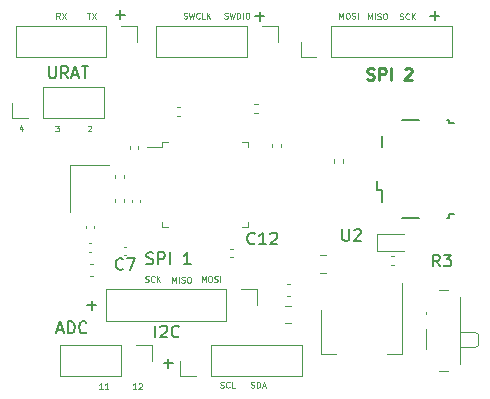
<source format=gbr>
%TF.GenerationSoftware,KiCad,Pcbnew,7.0.1-0*%
%TF.CreationDate,2023-10-24T00:04:38+02:00*%
%TF.ProjectId,SMT-32,534d542d-3332-42e6-9b69-6361645f7063,rev?*%
%TF.SameCoordinates,Original*%
%TF.FileFunction,Legend,Top*%
%TF.FilePolarity,Positive*%
%FSLAX46Y46*%
G04 Gerber Fmt 4.6, Leading zero omitted, Abs format (unit mm)*
G04 Created by KiCad (PCBNEW 7.0.1-0) date 2023-10-24 00:04:38*
%MOMM*%
%LPD*%
G01*
G04 APERTURE LIST*
%ADD10C,0.100000*%
%ADD11C,0.150000*%
%ADD12C,0.250000*%
%ADD13C,0.120000*%
G04 APERTURE END LIST*
D10*
X85845238Y-33236428D02*
X85869047Y-33212619D01*
X85869047Y-33212619D02*
X85916666Y-33188809D01*
X85916666Y-33188809D02*
X86035714Y-33188809D01*
X86035714Y-33188809D02*
X86083333Y-33212619D01*
X86083333Y-33212619D02*
X86107142Y-33236428D01*
X86107142Y-33236428D02*
X86130952Y-33284047D01*
X86130952Y-33284047D02*
X86130952Y-33331666D01*
X86130952Y-33331666D02*
X86107142Y-33403095D01*
X86107142Y-33403095D02*
X85821428Y-33688809D01*
X85821428Y-33688809D02*
X86130952Y-33688809D01*
X83071428Y-33188809D02*
X83380952Y-33188809D01*
X83380952Y-33188809D02*
X83214285Y-33379285D01*
X83214285Y-33379285D02*
X83285714Y-33379285D01*
X83285714Y-33379285D02*
X83333333Y-33403095D01*
X83333333Y-33403095D02*
X83357142Y-33426904D01*
X83357142Y-33426904D02*
X83380952Y-33474523D01*
X83380952Y-33474523D02*
X83380952Y-33593571D01*
X83380952Y-33593571D02*
X83357142Y-33641190D01*
X83357142Y-33641190D02*
X83333333Y-33665000D01*
X83333333Y-33665000D02*
X83285714Y-33688809D01*
X83285714Y-33688809D02*
X83142857Y-33688809D01*
X83142857Y-33688809D02*
X83095238Y-33665000D01*
X83095238Y-33665000D02*
X83071428Y-33641190D01*
X80283333Y-33305476D02*
X80283333Y-33638809D01*
X80164285Y-33115000D02*
X80045238Y-33472142D01*
X80045238Y-33472142D02*
X80354761Y-33472142D01*
X89930952Y-55488809D02*
X89645238Y-55488809D01*
X89788095Y-55488809D02*
X89788095Y-54988809D01*
X89788095Y-54988809D02*
X89740476Y-55060238D01*
X89740476Y-55060238D02*
X89692857Y-55107857D01*
X89692857Y-55107857D02*
X89645238Y-55131666D01*
X90121428Y-55036428D02*
X90145237Y-55012619D01*
X90145237Y-55012619D02*
X90192856Y-54988809D01*
X90192856Y-54988809D02*
X90311904Y-54988809D01*
X90311904Y-54988809D02*
X90359523Y-55012619D01*
X90359523Y-55012619D02*
X90383332Y-55036428D01*
X90383332Y-55036428D02*
X90407142Y-55084047D01*
X90407142Y-55084047D02*
X90407142Y-55131666D01*
X90407142Y-55131666D02*
X90383332Y-55203095D01*
X90383332Y-55203095D02*
X90097618Y-55488809D01*
X90097618Y-55488809D02*
X90407142Y-55488809D01*
X87080952Y-55488809D02*
X86795238Y-55488809D01*
X86938095Y-55488809D02*
X86938095Y-54988809D01*
X86938095Y-54988809D02*
X86890476Y-55060238D01*
X86890476Y-55060238D02*
X86842857Y-55107857D01*
X86842857Y-55107857D02*
X86795238Y-55131666D01*
X87557142Y-55488809D02*
X87271428Y-55488809D01*
X87414285Y-55488809D02*
X87414285Y-54988809D01*
X87414285Y-54988809D02*
X87366666Y-55060238D01*
X87366666Y-55060238D02*
X87319047Y-55107857D01*
X87319047Y-55107857D02*
X87271428Y-55131666D01*
X99645238Y-55365000D02*
X99716666Y-55388809D01*
X99716666Y-55388809D02*
X99835714Y-55388809D01*
X99835714Y-55388809D02*
X99883333Y-55365000D01*
X99883333Y-55365000D02*
X99907142Y-55341190D01*
X99907142Y-55341190D02*
X99930952Y-55293571D01*
X99930952Y-55293571D02*
X99930952Y-55245952D01*
X99930952Y-55245952D02*
X99907142Y-55198333D01*
X99907142Y-55198333D02*
X99883333Y-55174523D01*
X99883333Y-55174523D02*
X99835714Y-55150714D01*
X99835714Y-55150714D02*
X99740476Y-55126904D01*
X99740476Y-55126904D02*
X99692857Y-55103095D01*
X99692857Y-55103095D02*
X99669047Y-55079285D01*
X99669047Y-55079285D02*
X99645238Y-55031666D01*
X99645238Y-55031666D02*
X99645238Y-54984047D01*
X99645238Y-54984047D02*
X99669047Y-54936428D01*
X99669047Y-54936428D02*
X99692857Y-54912619D01*
X99692857Y-54912619D02*
X99740476Y-54888809D01*
X99740476Y-54888809D02*
X99859523Y-54888809D01*
X99859523Y-54888809D02*
X99930952Y-54912619D01*
X100145237Y-55388809D02*
X100145237Y-54888809D01*
X100145237Y-54888809D02*
X100264285Y-54888809D01*
X100264285Y-54888809D02*
X100335713Y-54912619D01*
X100335713Y-54912619D02*
X100383332Y-54960238D01*
X100383332Y-54960238D02*
X100407142Y-55007857D01*
X100407142Y-55007857D02*
X100430951Y-55103095D01*
X100430951Y-55103095D02*
X100430951Y-55174523D01*
X100430951Y-55174523D02*
X100407142Y-55269761D01*
X100407142Y-55269761D02*
X100383332Y-55317380D01*
X100383332Y-55317380D02*
X100335713Y-55365000D01*
X100335713Y-55365000D02*
X100264285Y-55388809D01*
X100264285Y-55388809D02*
X100145237Y-55388809D01*
X100621428Y-55245952D02*
X100859523Y-55245952D01*
X100573809Y-55388809D02*
X100740475Y-54888809D01*
X100740475Y-54888809D02*
X100907142Y-55388809D01*
X97045238Y-55365000D02*
X97116666Y-55388809D01*
X97116666Y-55388809D02*
X97235714Y-55388809D01*
X97235714Y-55388809D02*
X97283333Y-55365000D01*
X97283333Y-55365000D02*
X97307142Y-55341190D01*
X97307142Y-55341190D02*
X97330952Y-55293571D01*
X97330952Y-55293571D02*
X97330952Y-55245952D01*
X97330952Y-55245952D02*
X97307142Y-55198333D01*
X97307142Y-55198333D02*
X97283333Y-55174523D01*
X97283333Y-55174523D02*
X97235714Y-55150714D01*
X97235714Y-55150714D02*
X97140476Y-55126904D01*
X97140476Y-55126904D02*
X97092857Y-55103095D01*
X97092857Y-55103095D02*
X97069047Y-55079285D01*
X97069047Y-55079285D02*
X97045238Y-55031666D01*
X97045238Y-55031666D02*
X97045238Y-54984047D01*
X97045238Y-54984047D02*
X97069047Y-54936428D01*
X97069047Y-54936428D02*
X97092857Y-54912619D01*
X97092857Y-54912619D02*
X97140476Y-54888809D01*
X97140476Y-54888809D02*
X97259523Y-54888809D01*
X97259523Y-54888809D02*
X97330952Y-54912619D01*
X97830951Y-55341190D02*
X97807142Y-55365000D01*
X97807142Y-55365000D02*
X97735713Y-55388809D01*
X97735713Y-55388809D02*
X97688094Y-55388809D01*
X97688094Y-55388809D02*
X97616666Y-55365000D01*
X97616666Y-55365000D02*
X97569047Y-55317380D01*
X97569047Y-55317380D02*
X97545237Y-55269761D01*
X97545237Y-55269761D02*
X97521428Y-55174523D01*
X97521428Y-55174523D02*
X97521428Y-55103095D01*
X97521428Y-55103095D02*
X97545237Y-55007857D01*
X97545237Y-55007857D02*
X97569047Y-54960238D01*
X97569047Y-54960238D02*
X97616666Y-54912619D01*
X97616666Y-54912619D02*
X97688094Y-54888809D01*
X97688094Y-54888809D02*
X97735713Y-54888809D01*
X97735713Y-54888809D02*
X97807142Y-54912619D01*
X97807142Y-54912619D02*
X97830951Y-54936428D01*
X98283332Y-55388809D02*
X98045237Y-55388809D01*
X98045237Y-55388809D02*
X98045237Y-54888809D01*
X97395238Y-24115000D02*
X97466666Y-24138809D01*
X97466666Y-24138809D02*
X97585714Y-24138809D01*
X97585714Y-24138809D02*
X97633333Y-24115000D01*
X97633333Y-24115000D02*
X97657142Y-24091190D01*
X97657142Y-24091190D02*
X97680952Y-24043571D01*
X97680952Y-24043571D02*
X97680952Y-23995952D01*
X97680952Y-23995952D02*
X97657142Y-23948333D01*
X97657142Y-23948333D02*
X97633333Y-23924523D01*
X97633333Y-23924523D02*
X97585714Y-23900714D01*
X97585714Y-23900714D02*
X97490476Y-23876904D01*
X97490476Y-23876904D02*
X97442857Y-23853095D01*
X97442857Y-23853095D02*
X97419047Y-23829285D01*
X97419047Y-23829285D02*
X97395238Y-23781666D01*
X97395238Y-23781666D02*
X97395238Y-23734047D01*
X97395238Y-23734047D02*
X97419047Y-23686428D01*
X97419047Y-23686428D02*
X97442857Y-23662619D01*
X97442857Y-23662619D02*
X97490476Y-23638809D01*
X97490476Y-23638809D02*
X97609523Y-23638809D01*
X97609523Y-23638809D02*
X97680952Y-23662619D01*
X97847618Y-23638809D02*
X97966666Y-24138809D01*
X97966666Y-24138809D02*
X98061904Y-23781666D01*
X98061904Y-23781666D02*
X98157142Y-24138809D01*
X98157142Y-24138809D02*
X98276190Y-23638809D01*
X98466666Y-24138809D02*
X98466666Y-23638809D01*
X98466666Y-23638809D02*
X98585714Y-23638809D01*
X98585714Y-23638809D02*
X98657142Y-23662619D01*
X98657142Y-23662619D02*
X98704761Y-23710238D01*
X98704761Y-23710238D02*
X98728571Y-23757857D01*
X98728571Y-23757857D02*
X98752380Y-23853095D01*
X98752380Y-23853095D02*
X98752380Y-23924523D01*
X98752380Y-23924523D02*
X98728571Y-24019761D01*
X98728571Y-24019761D02*
X98704761Y-24067380D01*
X98704761Y-24067380D02*
X98657142Y-24115000D01*
X98657142Y-24115000D02*
X98585714Y-24138809D01*
X98585714Y-24138809D02*
X98466666Y-24138809D01*
X98966666Y-24138809D02*
X98966666Y-23638809D01*
X99299999Y-23638809D02*
X99395237Y-23638809D01*
X99395237Y-23638809D02*
X99442856Y-23662619D01*
X99442856Y-23662619D02*
X99490475Y-23710238D01*
X99490475Y-23710238D02*
X99514285Y-23805476D01*
X99514285Y-23805476D02*
X99514285Y-23972142D01*
X99514285Y-23972142D02*
X99490475Y-24067380D01*
X99490475Y-24067380D02*
X99442856Y-24115000D01*
X99442856Y-24115000D02*
X99395237Y-24138809D01*
X99395237Y-24138809D02*
X99299999Y-24138809D01*
X99299999Y-24138809D02*
X99252380Y-24115000D01*
X99252380Y-24115000D02*
X99204761Y-24067380D01*
X99204761Y-24067380D02*
X99180952Y-23972142D01*
X99180952Y-23972142D02*
X99180952Y-23805476D01*
X99180952Y-23805476D02*
X99204761Y-23710238D01*
X99204761Y-23710238D02*
X99252380Y-23662619D01*
X99252380Y-23662619D02*
X99299999Y-23638809D01*
X93945238Y-24115000D02*
X94016666Y-24138809D01*
X94016666Y-24138809D02*
X94135714Y-24138809D01*
X94135714Y-24138809D02*
X94183333Y-24115000D01*
X94183333Y-24115000D02*
X94207142Y-24091190D01*
X94207142Y-24091190D02*
X94230952Y-24043571D01*
X94230952Y-24043571D02*
X94230952Y-23995952D01*
X94230952Y-23995952D02*
X94207142Y-23948333D01*
X94207142Y-23948333D02*
X94183333Y-23924523D01*
X94183333Y-23924523D02*
X94135714Y-23900714D01*
X94135714Y-23900714D02*
X94040476Y-23876904D01*
X94040476Y-23876904D02*
X93992857Y-23853095D01*
X93992857Y-23853095D02*
X93969047Y-23829285D01*
X93969047Y-23829285D02*
X93945238Y-23781666D01*
X93945238Y-23781666D02*
X93945238Y-23734047D01*
X93945238Y-23734047D02*
X93969047Y-23686428D01*
X93969047Y-23686428D02*
X93992857Y-23662619D01*
X93992857Y-23662619D02*
X94040476Y-23638809D01*
X94040476Y-23638809D02*
X94159523Y-23638809D01*
X94159523Y-23638809D02*
X94230952Y-23662619D01*
X94397618Y-23638809D02*
X94516666Y-24138809D01*
X94516666Y-24138809D02*
X94611904Y-23781666D01*
X94611904Y-23781666D02*
X94707142Y-24138809D01*
X94707142Y-24138809D02*
X94826190Y-23638809D01*
X95302380Y-24091190D02*
X95278571Y-24115000D01*
X95278571Y-24115000D02*
X95207142Y-24138809D01*
X95207142Y-24138809D02*
X95159523Y-24138809D01*
X95159523Y-24138809D02*
X95088095Y-24115000D01*
X95088095Y-24115000D02*
X95040476Y-24067380D01*
X95040476Y-24067380D02*
X95016666Y-24019761D01*
X95016666Y-24019761D02*
X94992857Y-23924523D01*
X94992857Y-23924523D02*
X94992857Y-23853095D01*
X94992857Y-23853095D02*
X95016666Y-23757857D01*
X95016666Y-23757857D02*
X95040476Y-23710238D01*
X95040476Y-23710238D02*
X95088095Y-23662619D01*
X95088095Y-23662619D02*
X95159523Y-23638809D01*
X95159523Y-23638809D02*
X95207142Y-23638809D01*
X95207142Y-23638809D02*
X95278571Y-23662619D01*
X95278571Y-23662619D02*
X95302380Y-23686428D01*
X95754761Y-24138809D02*
X95516666Y-24138809D01*
X95516666Y-24138809D02*
X95516666Y-23638809D01*
X95921428Y-24138809D02*
X95921428Y-23638809D01*
X96207142Y-24138809D02*
X95992857Y-23853095D01*
X96207142Y-23638809D02*
X95921428Y-23924523D01*
X83454761Y-24138809D02*
X83288095Y-23900714D01*
X83169047Y-24138809D02*
X83169047Y-23638809D01*
X83169047Y-23638809D02*
X83359523Y-23638809D01*
X83359523Y-23638809D02*
X83407142Y-23662619D01*
X83407142Y-23662619D02*
X83430952Y-23686428D01*
X83430952Y-23686428D02*
X83454761Y-23734047D01*
X83454761Y-23734047D02*
X83454761Y-23805476D01*
X83454761Y-23805476D02*
X83430952Y-23853095D01*
X83430952Y-23853095D02*
X83407142Y-23876904D01*
X83407142Y-23876904D02*
X83359523Y-23900714D01*
X83359523Y-23900714D02*
X83169047Y-23900714D01*
X83621428Y-23638809D02*
X83954761Y-24138809D01*
X83954761Y-23638809D02*
X83621428Y-24138809D01*
X85747619Y-23688809D02*
X86033333Y-23688809D01*
X85890476Y-24188809D02*
X85890476Y-23688809D01*
X86152380Y-23688809D02*
X86485713Y-24188809D01*
X86485713Y-23688809D02*
X86152380Y-24188809D01*
D11*
X114838095Y-23896666D02*
X115600000Y-23896666D01*
X115219047Y-24277619D02*
X115219047Y-23515714D01*
X99988095Y-23946666D02*
X100750000Y-23946666D01*
X100369047Y-24327619D02*
X100369047Y-23565714D01*
X88188095Y-23796666D02*
X88950000Y-23796666D01*
X88569047Y-24177619D02*
X88569047Y-23415714D01*
X85788095Y-48396666D02*
X86550000Y-48396666D01*
X86169047Y-48777619D02*
X86169047Y-48015714D01*
X92238095Y-53296666D02*
X93000000Y-53296666D01*
X92619047Y-53677619D02*
X92619047Y-52915714D01*
D10*
X92969047Y-46488809D02*
X92969047Y-45988809D01*
X92969047Y-45988809D02*
X93135714Y-46345952D01*
X93135714Y-46345952D02*
X93302380Y-45988809D01*
X93302380Y-45988809D02*
X93302380Y-46488809D01*
X93540476Y-46488809D02*
X93540476Y-45988809D01*
X93754762Y-46465000D02*
X93826190Y-46488809D01*
X93826190Y-46488809D02*
X93945238Y-46488809D01*
X93945238Y-46488809D02*
X93992857Y-46465000D01*
X93992857Y-46465000D02*
X94016666Y-46441190D01*
X94016666Y-46441190D02*
X94040476Y-46393571D01*
X94040476Y-46393571D02*
X94040476Y-46345952D01*
X94040476Y-46345952D02*
X94016666Y-46298333D01*
X94016666Y-46298333D02*
X93992857Y-46274523D01*
X93992857Y-46274523D02*
X93945238Y-46250714D01*
X93945238Y-46250714D02*
X93850000Y-46226904D01*
X93850000Y-46226904D02*
X93802381Y-46203095D01*
X93802381Y-46203095D02*
X93778571Y-46179285D01*
X93778571Y-46179285D02*
X93754762Y-46131666D01*
X93754762Y-46131666D02*
X93754762Y-46084047D01*
X93754762Y-46084047D02*
X93778571Y-46036428D01*
X93778571Y-46036428D02*
X93802381Y-46012619D01*
X93802381Y-46012619D02*
X93850000Y-45988809D01*
X93850000Y-45988809D02*
X93969047Y-45988809D01*
X93969047Y-45988809D02*
X94040476Y-46012619D01*
X94349999Y-45988809D02*
X94445237Y-45988809D01*
X94445237Y-45988809D02*
X94492856Y-46012619D01*
X94492856Y-46012619D02*
X94540475Y-46060238D01*
X94540475Y-46060238D02*
X94564285Y-46155476D01*
X94564285Y-46155476D02*
X94564285Y-46322142D01*
X94564285Y-46322142D02*
X94540475Y-46417380D01*
X94540475Y-46417380D02*
X94492856Y-46465000D01*
X94492856Y-46465000D02*
X94445237Y-46488809D01*
X94445237Y-46488809D02*
X94349999Y-46488809D01*
X94349999Y-46488809D02*
X94302380Y-46465000D01*
X94302380Y-46465000D02*
X94254761Y-46417380D01*
X94254761Y-46417380D02*
X94230952Y-46322142D01*
X94230952Y-46322142D02*
X94230952Y-46155476D01*
X94230952Y-46155476D02*
X94254761Y-46060238D01*
X94254761Y-46060238D02*
X94302380Y-46012619D01*
X94302380Y-46012619D02*
X94349999Y-45988809D01*
X90695238Y-46415000D02*
X90766666Y-46438809D01*
X90766666Y-46438809D02*
X90885714Y-46438809D01*
X90885714Y-46438809D02*
X90933333Y-46415000D01*
X90933333Y-46415000D02*
X90957142Y-46391190D01*
X90957142Y-46391190D02*
X90980952Y-46343571D01*
X90980952Y-46343571D02*
X90980952Y-46295952D01*
X90980952Y-46295952D02*
X90957142Y-46248333D01*
X90957142Y-46248333D02*
X90933333Y-46224523D01*
X90933333Y-46224523D02*
X90885714Y-46200714D01*
X90885714Y-46200714D02*
X90790476Y-46176904D01*
X90790476Y-46176904D02*
X90742857Y-46153095D01*
X90742857Y-46153095D02*
X90719047Y-46129285D01*
X90719047Y-46129285D02*
X90695238Y-46081666D01*
X90695238Y-46081666D02*
X90695238Y-46034047D01*
X90695238Y-46034047D02*
X90719047Y-45986428D01*
X90719047Y-45986428D02*
X90742857Y-45962619D01*
X90742857Y-45962619D02*
X90790476Y-45938809D01*
X90790476Y-45938809D02*
X90909523Y-45938809D01*
X90909523Y-45938809D02*
X90980952Y-45962619D01*
X91480951Y-46391190D02*
X91457142Y-46415000D01*
X91457142Y-46415000D02*
X91385713Y-46438809D01*
X91385713Y-46438809D02*
X91338094Y-46438809D01*
X91338094Y-46438809D02*
X91266666Y-46415000D01*
X91266666Y-46415000D02*
X91219047Y-46367380D01*
X91219047Y-46367380D02*
X91195237Y-46319761D01*
X91195237Y-46319761D02*
X91171428Y-46224523D01*
X91171428Y-46224523D02*
X91171428Y-46153095D01*
X91171428Y-46153095D02*
X91195237Y-46057857D01*
X91195237Y-46057857D02*
X91219047Y-46010238D01*
X91219047Y-46010238D02*
X91266666Y-45962619D01*
X91266666Y-45962619D02*
X91338094Y-45938809D01*
X91338094Y-45938809D02*
X91385713Y-45938809D01*
X91385713Y-45938809D02*
X91457142Y-45962619D01*
X91457142Y-45962619D02*
X91480951Y-45986428D01*
X91695237Y-46438809D02*
X91695237Y-45938809D01*
X91980951Y-46438809D02*
X91766666Y-46153095D01*
X91980951Y-45938809D02*
X91695237Y-46224523D01*
X95469047Y-46438809D02*
X95469047Y-45938809D01*
X95469047Y-45938809D02*
X95635714Y-46295952D01*
X95635714Y-46295952D02*
X95802380Y-45938809D01*
X95802380Y-45938809D02*
X95802380Y-46438809D01*
X96135714Y-45938809D02*
X96230952Y-45938809D01*
X96230952Y-45938809D02*
X96278571Y-45962619D01*
X96278571Y-45962619D02*
X96326190Y-46010238D01*
X96326190Y-46010238D02*
X96350000Y-46105476D01*
X96350000Y-46105476D02*
X96350000Y-46272142D01*
X96350000Y-46272142D02*
X96326190Y-46367380D01*
X96326190Y-46367380D02*
X96278571Y-46415000D01*
X96278571Y-46415000D02*
X96230952Y-46438809D01*
X96230952Y-46438809D02*
X96135714Y-46438809D01*
X96135714Y-46438809D02*
X96088095Y-46415000D01*
X96088095Y-46415000D02*
X96040476Y-46367380D01*
X96040476Y-46367380D02*
X96016667Y-46272142D01*
X96016667Y-46272142D02*
X96016667Y-46105476D01*
X96016667Y-46105476D02*
X96040476Y-46010238D01*
X96040476Y-46010238D02*
X96088095Y-45962619D01*
X96088095Y-45962619D02*
X96135714Y-45938809D01*
X96540477Y-46415000D02*
X96611905Y-46438809D01*
X96611905Y-46438809D02*
X96730953Y-46438809D01*
X96730953Y-46438809D02*
X96778572Y-46415000D01*
X96778572Y-46415000D02*
X96802381Y-46391190D01*
X96802381Y-46391190D02*
X96826191Y-46343571D01*
X96826191Y-46343571D02*
X96826191Y-46295952D01*
X96826191Y-46295952D02*
X96802381Y-46248333D01*
X96802381Y-46248333D02*
X96778572Y-46224523D01*
X96778572Y-46224523D02*
X96730953Y-46200714D01*
X96730953Y-46200714D02*
X96635715Y-46176904D01*
X96635715Y-46176904D02*
X96588096Y-46153095D01*
X96588096Y-46153095D02*
X96564286Y-46129285D01*
X96564286Y-46129285D02*
X96540477Y-46081666D01*
X96540477Y-46081666D02*
X96540477Y-46034047D01*
X96540477Y-46034047D02*
X96564286Y-45986428D01*
X96564286Y-45986428D02*
X96588096Y-45962619D01*
X96588096Y-45962619D02*
X96635715Y-45938809D01*
X96635715Y-45938809D02*
X96754762Y-45938809D01*
X96754762Y-45938809D02*
X96826191Y-45962619D01*
X97040476Y-46438809D02*
X97040476Y-45938809D01*
X112245238Y-24165000D02*
X112316666Y-24188809D01*
X112316666Y-24188809D02*
X112435714Y-24188809D01*
X112435714Y-24188809D02*
X112483333Y-24165000D01*
X112483333Y-24165000D02*
X112507142Y-24141190D01*
X112507142Y-24141190D02*
X112530952Y-24093571D01*
X112530952Y-24093571D02*
X112530952Y-24045952D01*
X112530952Y-24045952D02*
X112507142Y-23998333D01*
X112507142Y-23998333D02*
X112483333Y-23974523D01*
X112483333Y-23974523D02*
X112435714Y-23950714D01*
X112435714Y-23950714D02*
X112340476Y-23926904D01*
X112340476Y-23926904D02*
X112292857Y-23903095D01*
X112292857Y-23903095D02*
X112269047Y-23879285D01*
X112269047Y-23879285D02*
X112245238Y-23831666D01*
X112245238Y-23831666D02*
X112245238Y-23784047D01*
X112245238Y-23784047D02*
X112269047Y-23736428D01*
X112269047Y-23736428D02*
X112292857Y-23712619D01*
X112292857Y-23712619D02*
X112340476Y-23688809D01*
X112340476Y-23688809D02*
X112459523Y-23688809D01*
X112459523Y-23688809D02*
X112530952Y-23712619D01*
X113030951Y-24141190D02*
X113007142Y-24165000D01*
X113007142Y-24165000D02*
X112935713Y-24188809D01*
X112935713Y-24188809D02*
X112888094Y-24188809D01*
X112888094Y-24188809D02*
X112816666Y-24165000D01*
X112816666Y-24165000D02*
X112769047Y-24117380D01*
X112769047Y-24117380D02*
X112745237Y-24069761D01*
X112745237Y-24069761D02*
X112721428Y-23974523D01*
X112721428Y-23974523D02*
X112721428Y-23903095D01*
X112721428Y-23903095D02*
X112745237Y-23807857D01*
X112745237Y-23807857D02*
X112769047Y-23760238D01*
X112769047Y-23760238D02*
X112816666Y-23712619D01*
X112816666Y-23712619D02*
X112888094Y-23688809D01*
X112888094Y-23688809D02*
X112935713Y-23688809D01*
X112935713Y-23688809D02*
X113007142Y-23712619D01*
X113007142Y-23712619D02*
X113030951Y-23736428D01*
X113245237Y-24188809D02*
X113245237Y-23688809D01*
X113530951Y-24188809D02*
X113316666Y-23903095D01*
X113530951Y-23688809D02*
X113245237Y-23974523D01*
X109569047Y-24188809D02*
X109569047Y-23688809D01*
X109569047Y-23688809D02*
X109735714Y-24045952D01*
X109735714Y-24045952D02*
X109902380Y-23688809D01*
X109902380Y-23688809D02*
X109902380Y-24188809D01*
X110140476Y-24188809D02*
X110140476Y-23688809D01*
X110354762Y-24165000D02*
X110426190Y-24188809D01*
X110426190Y-24188809D02*
X110545238Y-24188809D01*
X110545238Y-24188809D02*
X110592857Y-24165000D01*
X110592857Y-24165000D02*
X110616666Y-24141190D01*
X110616666Y-24141190D02*
X110640476Y-24093571D01*
X110640476Y-24093571D02*
X110640476Y-24045952D01*
X110640476Y-24045952D02*
X110616666Y-23998333D01*
X110616666Y-23998333D02*
X110592857Y-23974523D01*
X110592857Y-23974523D02*
X110545238Y-23950714D01*
X110545238Y-23950714D02*
X110450000Y-23926904D01*
X110450000Y-23926904D02*
X110402381Y-23903095D01*
X110402381Y-23903095D02*
X110378571Y-23879285D01*
X110378571Y-23879285D02*
X110354762Y-23831666D01*
X110354762Y-23831666D02*
X110354762Y-23784047D01*
X110354762Y-23784047D02*
X110378571Y-23736428D01*
X110378571Y-23736428D02*
X110402381Y-23712619D01*
X110402381Y-23712619D02*
X110450000Y-23688809D01*
X110450000Y-23688809D02*
X110569047Y-23688809D01*
X110569047Y-23688809D02*
X110640476Y-23712619D01*
X110949999Y-23688809D02*
X111045237Y-23688809D01*
X111045237Y-23688809D02*
X111092856Y-23712619D01*
X111092856Y-23712619D02*
X111140475Y-23760238D01*
X111140475Y-23760238D02*
X111164285Y-23855476D01*
X111164285Y-23855476D02*
X111164285Y-24022142D01*
X111164285Y-24022142D02*
X111140475Y-24117380D01*
X111140475Y-24117380D02*
X111092856Y-24165000D01*
X111092856Y-24165000D02*
X111045237Y-24188809D01*
X111045237Y-24188809D02*
X110949999Y-24188809D01*
X110949999Y-24188809D02*
X110902380Y-24165000D01*
X110902380Y-24165000D02*
X110854761Y-24117380D01*
X110854761Y-24117380D02*
X110830952Y-24022142D01*
X110830952Y-24022142D02*
X110830952Y-23855476D01*
X110830952Y-23855476D02*
X110854761Y-23760238D01*
X110854761Y-23760238D02*
X110902380Y-23712619D01*
X110902380Y-23712619D02*
X110949999Y-23688809D01*
X107119047Y-24138809D02*
X107119047Y-23638809D01*
X107119047Y-23638809D02*
X107285714Y-23995952D01*
X107285714Y-23995952D02*
X107452380Y-23638809D01*
X107452380Y-23638809D02*
X107452380Y-24138809D01*
X107785714Y-23638809D02*
X107880952Y-23638809D01*
X107880952Y-23638809D02*
X107928571Y-23662619D01*
X107928571Y-23662619D02*
X107976190Y-23710238D01*
X107976190Y-23710238D02*
X108000000Y-23805476D01*
X108000000Y-23805476D02*
X108000000Y-23972142D01*
X108000000Y-23972142D02*
X107976190Y-24067380D01*
X107976190Y-24067380D02*
X107928571Y-24115000D01*
X107928571Y-24115000D02*
X107880952Y-24138809D01*
X107880952Y-24138809D02*
X107785714Y-24138809D01*
X107785714Y-24138809D02*
X107738095Y-24115000D01*
X107738095Y-24115000D02*
X107690476Y-24067380D01*
X107690476Y-24067380D02*
X107666667Y-23972142D01*
X107666667Y-23972142D02*
X107666667Y-23805476D01*
X107666667Y-23805476D02*
X107690476Y-23710238D01*
X107690476Y-23710238D02*
X107738095Y-23662619D01*
X107738095Y-23662619D02*
X107785714Y-23638809D01*
X108190477Y-24115000D02*
X108261905Y-24138809D01*
X108261905Y-24138809D02*
X108380953Y-24138809D01*
X108380953Y-24138809D02*
X108428572Y-24115000D01*
X108428572Y-24115000D02*
X108452381Y-24091190D01*
X108452381Y-24091190D02*
X108476191Y-24043571D01*
X108476191Y-24043571D02*
X108476191Y-23995952D01*
X108476191Y-23995952D02*
X108452381Y-23948333D01*
X108452381Y-23948333D02*
X108428572Y-23924523D01*
X108428572Y-23924523D02*
X108380953Y-23900714D01*
X108380953Y-23900714D02*
X108285715Y-23876904D01*
X108285715Y-23876904D02*
X108238096Y-23853095D01*
X108238096Y-23853095D02*
X108214286Y-23829285D01*
X108214286Y-23829285D02*
X108190477Y-23781666D01*
X108190477Y-23781666D02*
X108190477Y-23734047D01*
X108190477Y-23734047D02*
X108214286Y-23686428D01*
X108214286Y-23686428D02*
X108238096Y-23662619D01*
X108238096Y-23662619D02*
X108285715Y-23638809D01*
X108285715Y-23638809D02*
X108404762Y-23638809D01*
X108404762Y-23638809D02*
X108476191Y-23662619D01*
X108690476Y-24138809D02*
X108690476Y-23638809D01*
D11*
X91538095Y-51127619D02*
X91538095Y-50127619D01*
X91966666Y-50222857D02*
X92014285Y-50175238D01*
X92014285Y-50175238D02*
X92109523Y-50127619D01*
X92109523Y-50127619D02*
X92347618Y-50127619D01*
X92347618Y-50127619D02*
X92442856Y-50175238D01*
X92442856Y-50175238D02*
X92490475Y-50222857D01*
X92490475Y-50222857D02*
X92538094Y-50318095D01*
X92538094Y-50318095D02*
X92538094Y-50413333D01*
X92538094Y-50413333D02*
X92490475Y-50556190D01*
X92490475Y-50556190D02*
X91919047Y-51127619D01*
X91919047Y-51127619D02*
X92538094Y-51127619D01*
X93538094Y-51032380D02*
X93490475Y-51080000D01*
X93490475Y-51080000D02*
X93347618Y-51127619D01*
X93347618Y-51127619D02*
X93252380Y-51127619D01*
X93252380Y-51127619D02*
X93109523Y-51080000D01*
X93109523Y-51080000D02*
X93014285Y-50984761D01*
X93014285Y-50984761D02*
X92966666Y-50889523D01*
X92966666Y-50889523D02*
X92919047Y-50699047D01*
X92919047Y-50699047D02*
X92919047Y-50556190D01*
X92919047Y-50556190D02*
X92966666Y-50365714D01*
X92966666Y-50365714D02*
X93014285Y-50270476D01*
X93014285Y-50270476D02*
X93109523Y-50175238D01*
X93109523Y-50175238D02*
X93252380Y-50127619D01*
X93252380Y-50127619D02*
X93347618Y-50127619D01*
X93347618Y-50127619D02*
X93490475Y-50175238D01*
X93490475Y-50175238D02*
X93538094Y-50222857D01*
X90790476Y-44880000D02*
X90933333Y-44927619D01*
X90933333Y-44927619D02*
X91171428Y-44927619D01*
X91171428Y-44927619D02*
X91266666Y-44880000D01*
X91266666Y-44880000D02*
X91314285Y-44832380D01*
X91314285Y-44832380D02*
X91361904Y-44737142D01*
X91361904Y-44737142D02*
X91361904Y-44641904D01*
X91361904Y-44641904D02*
X91314285Y-44546666D01*
X91314285Y-44546666D02*
X91266666Y-44499047D01*
X91266666Y-44499047D02*
X91171428Y-44451428D01*
X91171428Y-44451428D02*
X90980952Y-44403809D01*
X90980952Y-44403809D02*
X90885714Y-44356190D01*
X90885714Y-44356190D02*
X90838095Y-44308571D01*
X90838095Y-44308571D02*
X90790476Y-44213333D01*
X90790476Y-44213333D02*
X90790476Y-44118095D01*
X90790476Y-44118095D02*
X90838095Y-44022857D01*
X90838095Y-44022857D02*
X90885714Y-43975238D01*
X90885714Y-43975238D02*
X90980952Y-43927619D01*
X90980952Y-43927619D02*
X91219047Y-43927619D01*
X91219047Y-43927619D02*
X91361904Y-43975238D01*
X91790476Y-44927619D02*
X91790476Y-43927619D01*
X91790476Y-43927619D02*
X92171428Y-43927619D01*
X92171428Y-43927619D02*
X92266666Y-43975238D01*
X92266666Y-43975238D02*
X92314285Y-44022857D01*
X92314285Y-44022857D02*
X92361904Y-44118095D01*
X92361904Y-44118095D02*
X92361904Y-44260952D01*
X92361904Y-44260952D02*
X92314285Y-44356190D01*
X92314285Y-44356190D02*
X92266666Y-44403809D01*
X92266666Y-44403809D02*
X92171428Y-44451428D01*
X92171428Y-44451428D02*
X91790476Y-44451428D01*
X92790476Y-44927619D02*
X92790476Y-43927619D01*
X94552380Y-44927619D02*
X93980952Y-44927619D01*
X94266666Y-44927619D02*
X94266666Y-43927619D01*
X94266666Y-43927619D02*
X94171428Y-44070476D01*
X94171428Y-44070476D02*
X94076190Y-44165714D01*
X94076190Y-44165714D02*
X93980952Y-44213333D01*
X83240476Y-50491904D02*
X83716666Y-50491904D01*
X83145238Y-50777619D02*
X83478571Y-49777619D01*
X83478571Y-49777619D02*
X83811904Y-50777619D01*
X84145238Y-50777619D02*
X84145238Y-49777619D01*
X84145238Y-49777619D02*
X84383333Y-49777619D01*
X84383333Y-49777619D02*
X84526190Y-49825238D01*
X84526190Y-49825238D02*
X84621428Y-49920476D01*
X84621428Y-49920476D02*
X84669047Y-50015714D01*
X84669047Y-50015714D02*
X84716666Y-50206190D01*
X84716666Y-50206190D02*
X84716666Y-50349047D01*
X84716666Y-50349047D02*
X84669047Y-50539523D01*
X84669047Y-50539523D02*
X84621428Y-50634761D01*
X84621428Y-50634761D02*
X84526190Y-50730000D01*
X84526190Y-50730000D02*
X84383333Y-50777619D01*
X84383333Y-50777619D02*
X84145238Y-50777619D01*
X85716666Y-50682380D02*
X85669047Y-50730000D01*
X85669047Y-50730000D02*
X85526190Y-50777619D01*
X85526190Y-50777619D02*
X85430952Y-50777619D01*
X85430952Y-50777619D02*
X85288095Y-50730000D01*
X85288095Y-50730000D02*
X85192857Y-50634761D01*
X85192857Y-50634761D02*
X85145238Y-50539523D01*
X85145238Y-50539523D02*
X85097619Y-50349047D01*
X85097619Y-50349047D02*
X85097619Y-50206190D01*
X85097619Y-50206190D02*
X85145238Y-50015714D01*
X85145238Y-50015714D02*
X85192857Y-49920476D01*
X85192857Y-49920476D02*
X85288095Y-49825238D01*
X85288095Y-49825238D02*
X85430952Y-49777619D01*
X85430952Y-49777619D02*
X85526190Y-49777619D01*
X85526190Y-49777619D02*
X85669047Y-49825238D01*
X85669047Y-49825238D02*
X85716666Y-49872857D01*
X82538095Y-28177619D02*
X82538095Y-28987142D01*
X82538095Y-28987142D02*
X82585714Y-29082380D01*
X82585714Y-29082380D02*
X82633333Y-29130000D01*
X82633333Y-29130000D02*
X82728571Y-29177619D01*
X82728571Y-29177619D02*
X82919047Y-29177619D01*
X82919047Y-29177619D02*
X83014285Y-29130000D01*
X83014285Y-29130000D02*
X83061904Y-29082380D01*
X83061904Y-29082380D02*
X83109523Y-28987142D01*
X83109523Y-28987142D02*
X83109523Y-28177619D01*
X84157142Y-29177619D02*
X83823809Y-28701428D01*
X83585714Y-29177619D02*
X83585714Y-28177619D01*
X83585714Y-28177619D02*
X83966666Y-28177619D01*
X83966666Y-28177619D02*
X84061904Y-28225238D01*
X84061904Y-28225238D02*
X84109523Y-28272857D01*
X84109523Y-28272857D02*
X84157142Y-28368095D01*
X84157142Y-28368095D02*
X84157142Y-28510952D01*
X84157142Y-28510952D02*
X84109523Y-28606190D01*
X84109523Y-28606190D02*
X84061904Y-28653809D01*
X84061904Y-28653809D02*
X83966666Y-28701428D01*
X83966666Y-28701428D02*
X83585714Y-28701428D01*
X84538095Y-28891904D02*
X85014285Y-28891904D01*
X84442857Y-29177619D02*
X84776190Y-28177619D01*
X84776190Y-28177619D02*
X85109523Y-29177619D01*
X85300000Y-28177619D02*
X85871428Y-28177619D01*
X85585714Y-29177619D02*
X85585714Y-28177619D01*
D12*
X109490476Y-29280000D02*
X109633333Y-29327619D01*
X109633333Y-29327619D02*
X109871428Y-29327619D01*
X109871428Y-29327619D02*
X109966666Y-29280000D01*
X109966666Y-29280000D02*
X110014285Y-29232380D01*
X110014285Y-29232380D02*
X110061904Y-29137142D01*
X110061904Y-29137142D02*
X110061904Y-29041904D01*
X110061904Y-29041904D02*
X110014285Y-28946666D01*
X110014285Y-28946666D02*
X109966666Y-28899047D01*
X109966666Y-28899047D02*
X109871428Y-28851428D01*
X109871428Y-28851428D02*
X109680952Y-28803809D01*
X109680952Y-28803809D02*
X109585714Y-28756190D01*
X109585714Y-28756190D02*
X109538095Y-28708571D01*
X109538095Y-28708571D02*
X109490476Y-28613333D01*
X109490476Y-28613333D02*
X109490476Y-28518095D01*
X109490476Y-28518095D02*
X109538095Y-28422857D01*
X109538095Y-28422857D02*
X109585714Y-28375238D01*
X109585714Y-28375238D02*
X109680952Y-28327619D01*
X109680952Y-28327619D02*
X109919047Y-28327619D01*
X109919047Y-28327619D02*
X110061904Y-28375238D01*
X110490476Y-29327619D02*
X110490476Y-28327619D01*
X110490476Y-28327619D02*
X110871428Y-28327619D01*
X110871428Y-28327619D02*
X110966666Y-28375238D01*
X110966666Y-28375238D02*
X111014285Y-28422857D01*
X111014285Y-28422857D02*
X111061904Y-28518095D01*
X111061904Y-28518095D02*
X111061904Y-28660952D01*
X111061904Y-28660952D02*
X111014285Y-28756190D01*
X111014285Y-28756190D02*
X110966666Y-28803809D01*
X110966666Y-28803809D02*
X110871428Y-28851428D01*
X110871428Y-28851428D02*
X110490476Y-28851428D01*
X111490476Y-29327619D02*
X111490476Y-28327619D01*
X112680952Y-28422857D02*
X112728571Y-28375238D01*
X112728571Y-28375238D02*
X112823809Y-28327619D01*
X112823809Y-28327619D02*
X113061904Y-28327619D01*
X113061904Y-28327619D02*
X113157142Y-28375238D01*
X113157142Y-28375238D02*
X113204761Y-28422857D01*
X113204761Y-28422857D02*
X113252380Y-28518095D01*
X113252380Y-28518095D02*
X113252380Y-28613333D01*
X113252380Y-28613333D02*
X113204761Y-28756190D01*
X113204761Y-28756190D02*
X112633333Y-29327619D01*
X112633333Y-29327619D02*
X113252380Y-29327619D01*
D11*
%TO.C,C7*%
X88803333Y-45327380D02*
X88755714Y-45375000D01*
X88755714Y-45375000D02*
X88612857Y-45422619D01*
X88612857Y-45422619D02*
X88517619Y-45422619D01*
X88517619Y-45422619D02*
X88374762Y-45375000D01*
X88374762Y-45375000D02*
X88279524Y-45279761D01*
X88279524Y-45279761D02*
X88231905Y-45184523D01*
X88231905Y-45184523D02*
X88184286Y-44994047D01*
X88184286Y-44994047D02*
X88184286Y-44851190D01*
X88184286Y-44851190D02*
X88231905Y-44660714D01*
X88231905Y-44660714D02*
X88279524Y-44565476D01*
X88279524Y-44565476D02*
X88374762Y-44470238D01*
X88374762Y-44470238D02*
X88517619Y-44422619D01*
X88517619Y-44422619D02*
X88612857Y-44422619D01*
X88612857Y-44422619D02*
X88755714Y-44470238D01*
X88755714Y-44470238D02*
X88803333Y-44517857D01*
X89136667Y-44422619D02*
X89803333Y-44422619D01*
X89803333Y-44422619D02*
X89374762Y-45422619D01*
%TO.C,U2*%
X107388095Y-41962619D02*
X107388095Y-42772142D01*
X107388095Y-42772142D02*
X107435714Y-42867380D01*
X107435714Y-42867380D02*
X107483333Y-42915000D01*
X107483333Y-42915000D02*
X107578571Y-42962619D01*
X107578571Y-42962619D02*
X107769047Y-42962619D01*
X107769047Y-42962619D02*
X107864285Y-42915000D01*
X107864285Y-42915000D02*
X107911904Y-42867380D01*
X107911904Y-42867380D02*
X107959523Y-42772142D01*
X107959523Y-42772142D02*
X107959523Y-41962619D01*
X108388095Y-42057857D02*
X108435714Y-42010238D01*
X108435714Y-42010238D02*
X108530952Y-41962619D01*
X108530952Y-41962619D02*
X108769047Y-41962619D01*
X108769047Y-41962619D02*
X108864285Y-42010238D01*
X108864285Y-42010238D02*
X108911904Y-42057857D01*
X108911904Y-42057857D02*
X108959523Y-42153095D01*
X108959523Y-42153095D02*
X108959523Y-42248333D01*
X108959523Y-42248333D02*
X108911904Y-42391190D01*
X108911904Y-42391190D02*
X108340476Y-42962619D01*
X108340476Y-42962619D02*
X108959523Y-42962619D01*
%TO.C,R3*%
X115633333Y-45112619D02*
X115300000Y-44636428D01*
X115061905Y-45112619D02*
X115061905Y-44112619D01*
X115061905Y-44112619D02*
X115442857Y-44112619D01*
X115442857Y-44112619D02*
X115538095Y-44160238D01*
X115538095Y-44160238D02*
X115585714Y-44207857D01*
X115585714Y-44207857D02*
X115633333Y-44303095D01*
X115633333Y-44303095D02*
X115633333Y-44445952D01*
X115633333Y-44445952D02*
X115585714Y-44541190D01*
X115585714Y-44541190D02*
X115538095Y-44588809D01*
X115538095Y-44588809D02*
X115442857Y-44636428D01*
X115442857Y-44636428D02*
X115061905Y-44636428D01*
X115966667Y-44112619D02*
X116585714Y-44112619D01*
X116585714Y-44112619D02*
X116252381Y-44493571D01*
X116252381Y-44493571D02*
X116395238Y-44493571D01*
X116395238Y-44493571D02*
X116490476Y-44541190D01*
X116490476Y-44541190D02*
X116538095Y-44588809D01*
X116538095Y-44588809D02*
X116585714Y-44684047D01*
X116585714Y-44684047D02*
X116585714Y-44922142D01*
X116585714Y-44922142D02*
X116538095Y-45017380D01*
X116538095Y-45017380D02*
X116490476Y-45065000D01*
X116490476Y-45065000D02*
X116395238Y-45112619D01*
X116395238Y-45112619D02*
X116109524Y-45112619D01*
X116109524Y-45112619D02*
X116014286Y-45065000D01*
X116014286Y-45065000D02*
X115966667Y-45017380D01*
%TO.C,C12*%
X99957142Y-43167380D02*
X99909523Y-43215000D01*
X99909523Y-43215000D02*
X99766666Y-43262619D01*
X99766666Y-43262619D02*
X99671428Y-43262619D01*
X99671428Y-43262619D02*
X99528571Y-43215000D01*
X99528571Y-43215000D02*
X99433333Y-43119761D01*
X99433333Y-43119761D02*
X99385714Y-43024523D01*
X99385714Y-43024523D02*
X99338095Y-42834047D01*
X99338095Y-42834047D02*
X99338095Y-42691190D01*
X99338095Y-42691190D02*
X99385714Y-42500714D01*
X99385714Y-42500714D02*
X99433333Y-42405476D01*
X99433333Y-42405476D02*
X99528571Y-42310238D01*
X99528571Y-42310238D02*
X99671428Y-42262619D01*
X99671428Y-42262619D02*
X99766666Y-42262619D01*
X99766666Y-42262619D02*
X99909523Y-42310238D01*
X99909523Y-42310238D02*
X99957142Y-42357857D01*
X100909523Y-43262619D02*
X100338095Y-43262619D01*
X100623809Y-43262619D02*
X100623809Y-42262619D01*
X100623809Y-42262619D02*
X100528571Y-42405476D01*
X100528571Y-42405476D02*
X100433333Y-42500714D01*
X100433333Y-42500714D02*
X100338095Y-42548333D01*
X101290476Y-42357857D02*
X101338095Y-42310238D01*
X101338095Y-42310238D02*
X101433333Y-42262619D01*
X101433333Y-42262619D02*
X101671428Y-42262619D01*
X101671428Y-42262619D02*
X101766666Y-42310238D01*
X101766666Y-42310238D02*
X101814285Y-42357857D01*
X101814285Y-42357857D02*
X101861904Y-42453095D01*
X101861904Y-42453095D02*
X101861904Y-42548333D01*
X101861904Y-42548333D02*
X101814285Y-42691190D01*
X101814285Y-42691190D02*
X101242857Y-43262619D01*
X101242857Y-43262619D02*
X101861904Y-43262619D01*
D13*
%TO.C,Y2*%
X87650000Y-36500000D02*
X84350000Y-36500000D01*
X84350000Y-36500000D02*
X84350000Y-40500000D01*
%TO.C,C7*%
X89077836Y-44160000D02*
X88862164Y-44160000D01*
X89077836Y-43440000D02*
X88862164Y-43440000D01*
%TO.C,J8*%
X82042000Y-32572000D02*
X82042000Y-29912000D01*
X79442000Y-32572000D02*
X79442000Y-31242000D01*
X82042000Y-29912000D02*
X87182000Y-29912000D01*
X80772000Y-32572000D02*
X79442000Y-32572000D01*
X82042000Y-32572000D02*
X87182000Y-32572000D01*
X87182000Y-32572000D02*
X87182000Y-29912000D01*
%TO.C,J5*%
X83506000Y-51756000D02*
X83506000Y-54416000D01*
X88646000Y-51756000D02*
X83506000Y-51756000D01*
X89916000Y-51756000D02*
X91246000Y-51756000D01*
X88646000Y-54416000D02*
X83506000Y-54416000D01*
X91246000Y-51756000D02*
X91246000Y-53086000D01*
X88646000Y-51756000D02*
X88646000Y-54416000D01*
%TO.C,U2*%
X105590000Y-52560000D02*
X106850000Y-52560000D01*
X112410000Y-52560000D02*
X111150000Y-52560000D01*
X105590000Y-48800000D02*
X105590000Y-52560000D01*
X112410000Y-46550000D02*
X112410000Y-52560000D01*
%TO.C,J7*%
X106450000Y-24770000D02*
X116670000Y-24770000D01*
X103850000Y-27430000D02*
X103850000Y-26100000D01*
X106450000Y-27430000D02*
X116670000Y-27430000D01*
X116670000Y-27430000D02*
X116670000Y-24770000D01*
X106450000Y-27430000D02*
X106450000Y-24770000D01*
X105180000Y-27430000D02*
X103850000Y-27430000D01*
%TO.C,J6*%
X97550000Y-49730000D02*
X87330000Y-49730000D01*
X100150000Y-47070000D02*
X100150000Y-48400000D01*
X97550000Y-47070000D02*
X87330000Y-47070000D01*
X87330000Y-47070000D02*
X87330000Y-49730000D01*
X97550000Y-47070000D02*
X97550000Y-49730000D01*
X98820000Y-47070000D02*
X100150000Y-47070000D01*
%TO.C,J3*%
X87400000Y-27430000D02*
X79720000Y-27430000D01*
X88670000Y-24770000D02*
X90000000Y-24770000D01*
X79720000Y-24770000D02*
X79720000Y-27430000D01*
X87400000Y-24770000D02*
X87400000Y-27430000D01*
X90000000Y-24770000D02*
X90000000Y-26100000D01*
X87400000Y-24770000D02*
X79720000Y-24770000D01*
%TO.C,J4*%
X96266000Y-51756000D02*
X103946000Y-51756000D01*
X94996000Y-54416000D02*
X93666000Y-54416000D01*
X103946000Y-54416000D02*
X103946000Y-51756000D01*
X96266000Y-54416000D02*
X96266000Y-51756000D01*
X93666000Y-54416000D02*
X93666000Y-53086000D01*
X96266000Y-54416000D02*
X103946000Y-54416000D01*
%TO.C,SW1*%
X117350000Y-51950000D02*
X118640000Y-51950000D01*
X116340000Y-47100000D02*
X115550000Y-47100000D01*
X114500000Y-49150000D02*
X114500000Y-48950000D01*
X117350000Y-53400000D02*
X117350000Y-47700000D01*
X118850000Y-51750000D02*
X118850000Y-50850000D01*
X115550000Y-54000000D02*
X116340000Y-54000000D01*
X118640000Y-50650000D02*
X118850000Y-50850000D01*
X118640000Y-50650000D02*
X117350000Y-50650000D01*
X118640000Y-51950000D02*
X118850000Y-51750000D01*
X114500000Y-52150000D02*
X114500000Y-50450000D01*
%TO.C,C8*%
X86107836Y-43860000D02*
X85892164Y-43860000D01*
X86107836Y-43140000D02*
X85892164Y-43140000D01*
%TO.C,C6*%
X89556000Y-39488164D02*
X89556000Y-39703836D01*
X90276000Y-39488164D02*
X90276000Y-39703836D01*
%TO.C,C4*%
X98087836Y-44360000D02*
X97872164Y-44360000D01*
X98087836Y-43640000D02*
X97872164Y-43640000D01*
%TO.C,C11*%
X88860000Y-39432164D02*
X88860000Y-39647836D01*
X88140000Y-39432164D02*
X88140000Y-39647836D01*
%TO.C,C5*%
X102940580Y-47660000D02*
X102659420Y-47660000D01*
X102940580Y-46640000D02*
X102659420Y-46640000D01*
%TO.C,C3*%
X101440000Y-35007836D02*
X101440000Y-34792164D01*
X102160000Y-35007836D02*
X102160000Y-34792164D01*
%TO.C,FB1*%
X86300279Y-45960000D02*
X85974721Y-45960000D01*
X86300279Y-44940000D02*
X85974721Y-44940000D01*
%TO.C,R3*%
X111456359Y-44980000D02*
X111763641Y-44980000D01*
X111456359Y-44220000D02*
X111763641Y-44220000D01*
%TO.C,C13*%
X103061252Y-48465000D02*
X102538748Y-48465000D01*
X103061252Y-49935000D02*
X102538748Y-49935000D01*
%TO.C,C10*%
X88860000Y-37412164D02*
X88860000Y-37627836D01*
X88140000Y-37412164D02*
X88140000Y-37627836D01*
%TO.C,C9*%
X86360000Y-41672164D02*
X86360000Y-41887836D01*
X85640000Y-41672164D02*
X85640000Y-41887836D01*
%TO.C,C1*%
X89390000Y-35137836D02*
X89390000Y-34922164D01*
X90110000Y-35137836D02*
X90110000Y-34922164D01*
%TO.C,U1*%
X99360000Y-41772500D02*
X99360000Y-41322500D01*
X99360000Y-34552500D02*
X99360000Y-35002500D01*
X98910000Y-41772500D02*
X99360000Y-41772500D01*
X98910000Y-34552500D02*
X99360000Y-34552500D01*
X92590000Y-41772500D02*
X92140000Y-41772500D01*
X92590000Y-34552500D02*
X92140000Y-34552500D01*
X92140000Y-41772500D02*
X92140000Y-41322500D01*
X92140000Y-35002500D02*
X90850000Y-35002500D01*
X92140000Y-34552500D02*
X92140000Y-35002500D01*
D11*
%TO.C,J1*%
X112450000Y-41000000D02*
X113850000Y-41000000D01*
X116250000Y-41000000D02*
X116400000Y-41000000D01*
X116400000Y-41000000D02*
X116400000Y-40700000D01*
X116400000Y-40700000D02*
X116850000Y-40700000D01*
X110275000Y-38650000D02*
X110700000Y-38650000D01*
X110700000Y-38650000D02*
X110700000Y-39650000D01*
X110275000Y-37925000D02*
X110275000Y-38650000D01*
X110700000Y-35050000D02*
X110700000Y-34050000D01*
X116400000Y-33000000D02*
X116400000Y-32700000D01*
X116850000Y-33000000D02*
X116400000Y-33000000D01*
X113850000Y-32700000D02*
X112450000Y-32700000D01*
X116400000Y-32700000D02*
X116250000Y-32700000D01*
D13*
%TO.C,D1*%
X112612500Y-42365000D02*
X110327500Y-42365000D01*
X110327500Y-43835000D02*
X112612500Y-43835000D01*
X110327500Y-42365000D02*
X110327500Y-43835000D01*
%TO.C,J2*%
X101892000Y-24770000D02*
X101892000Y-26100000D01*
X100562000Y-24770000D02*
X101892000Y-24770000D01*
X99292000Y-24770000D02*
X91612000Y-24770000D01*
X99292000Y-24770000D02*
X99292000Y-27430000D01*
X91612000Y-24770000D02*
X91612000Y-27430000D01*
X99292000Y-27430000D02*
X91612000Y-27430000D01*
%TO.C,C12*%
X106011252Y-44165000D02*
X105488748Y-44165000D01*
X106011252Y-45635000D02*
X105488748Y-45635000D01*
%TO.C,R1*%
X100227641Y-31370000D02*
X99920359Y-31370000D01*
X100227641Y-32130000D02*
X99920359Y-32130000D01*
%TO.C,C2*%
X93392164Y-31640000D02*
X93607836Y-31640000D01*
X93392164Y-32360000D02*
X93607836Y-32360000D01*
%TO.C,R2*%
X106670000Y-36363641D02*
X106670000Y-36056359D01*
X107430000Y-36363641D02*
X107430000Y-36056359D01*
%TD*%
M02*

</source>
